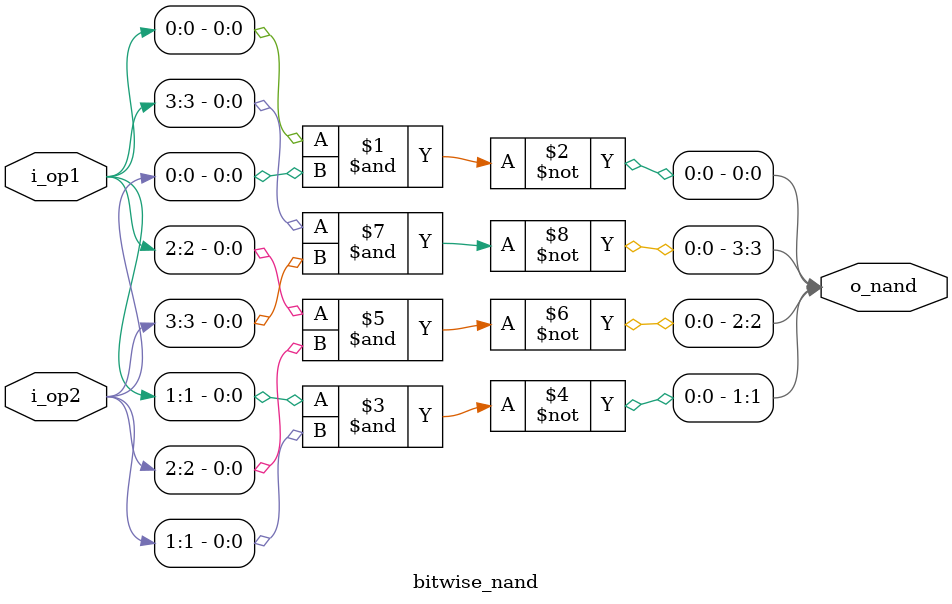
<source format=v>
`timescale 1 ns /1 ps

module bitwise_nand(i_op1, i_op2, o_nand);

	input	[ 3:0] i_op1, i_op2;
	output	[ 3:0] o_nand;

	genvar i;

	generate
		for (i=0; i<4; i=i+1) begin:not_and
			nand n (o_nand[i],i_op1[i],i_op2[i]);
		end //nand
	endgenerate

endmodule
</source>
